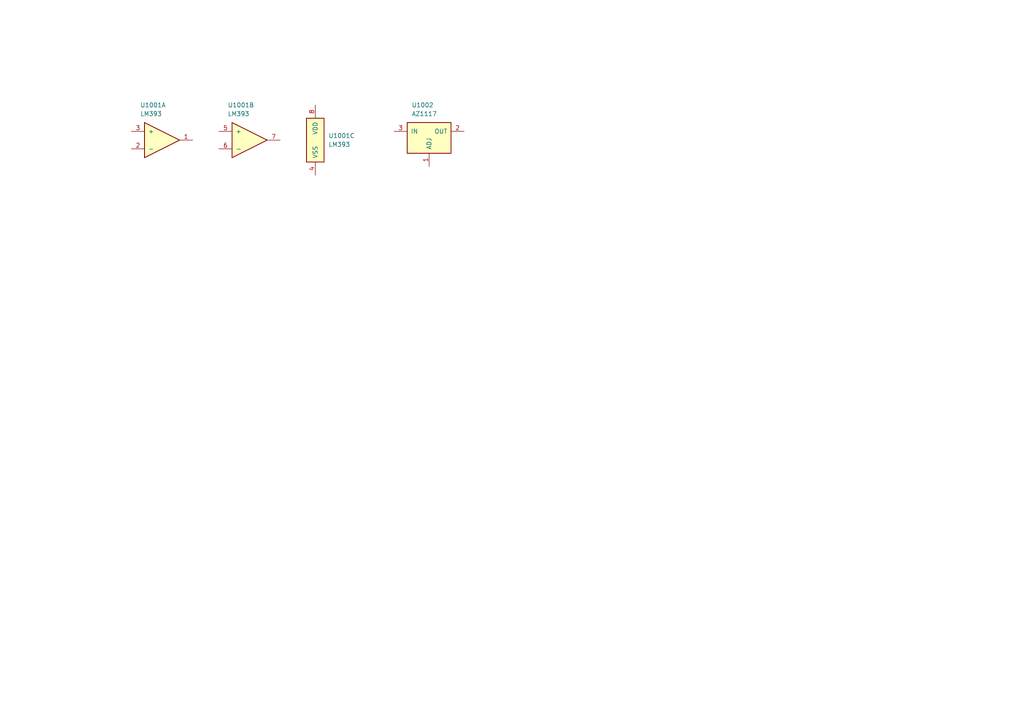
<source format=kicad_sch>
(kicad_sch
	(version 20250114)
	(generator "eeschema")
	(generator_version "9.0")
	(uuid "e63e39d7-6ac0-4ffd-8aa3-1841a4541b55")
	(paper "A4")
	(title_block
		(title "Project name")
		(date "2025-05-26")
		(rev "1")
		(comment 1 "PCA number")
		(comment 2 "PCB number")
	)
	(lib_symbols
		(symbol "lily_symbols:ic_comparator_dual_LM393_soic8"
			(pin_names
				(offset 1.016)
			)
			(exclude_from_sim no)
			(in_bom yes)
			(on_board yes)
			(property "Reference" "U"
				(at 2.54 7.62 0)
				(effects
					(font
						(size 1.27 1.27)
					)
					(justify left)
				)
			)
			(property "Value" "LM393"
				(at 2.54 5.08 0)
				(effects
					(font
						(size 1.27 1.27)
					)
					(justify left)
				)
			)
			(property "Footprint" "lily_footprints:soic8"
				(at 7.62 -15.24 0)
				(effects
					(font
						(size 1.27 1.27)
					)
					(hide yes)
				)
			)
			(property "Datasheet" ""
				(at 0 0 0)
				(effects
					(font
						(size 1.27 1.27)
					)
					(hide yes)
				)
			)
			(property "Description" ""
				(at 0 0 0)
				(effects
					(font
						(size 1.27 1.27)
					)
					(hide yes)
				)
			)
			(property "Revision" "1"
				(at 7.62 -10.16 0)
				(effects
					(font
						(size 1.27 1.27)
					)
					(hide yes)
				)
			)
			(property "Status" "Active"
				(at 7.62 -12.7 0)
				(effects
					(font
						(size 1.27 1.27)
					)
					(hide yes)
				)
			)
			(property "Manufacturer" "onsemi"
				(at 7.62 -17.78 0)
				(effects
					(font
						(size 1.27 1.27)
					)
					(hide yes)
				)
			)
			(property "Manufacturer_ID" "LM393DR2G"
				(at 7.62 -20.32 0)
				(effects
					(font
						(size 1.27 1.27)
					)
					(hide yes)
				)
			)
			(property "Lily_ID" "1914-10007"
				(at 7.62 -22.86 0)
				(effects
					(font
						(size 1.27 1.27)
					)
					(hide yes)
				)
			)
			(property "JLCPCB_ID" "C7955"
				(at 7.62 -25.4 0)
				(effects
					(font
						(size 1.27 1.27)
					)
					(hide yes)
				)
			)
			(property "JLCPCB_STATUS" "Basic"
				(at 7.62 -27.94 0)
				(effects
					(font
						(size 1.27 1.27)
					)
					(hide yes)
				)
			)
			(property "Notes" "Extended: C67470, is much cheaper"
				(at 7.62 -30.48 0)
				(effects
					(font
						(size 1.27 1.27)
					)
					(hide yes)
				)
			)
			(property "ki_locked" ""
				(at 0 0 0)
				(effects
					(font
						(size 1.27 1.27)
					)
				)
			)
			(symbol "ic_comparator_dual_LM393_soic8_1_1"
				(polyline
					(pts
						(xy 3.81 2.54) (xy 3.81 -7.62) (xy 13.97 -2.54) (xy 3.81 2.54)
					)
					(stroke
						(width 0.254)
						(type default)
					)
					(fill
						(type background)
					)
				)
				(pin input line
					(at 0 0 0)
					(length 3.81)
					(name "+"
						(effects
							(font
								(size 1.27 1.27)
							)
						)
					)
					(number "3"
						(effects
							(font
								(size 1.27 1.27)
							)
						)
					)
				)
				(pin input line
					(at 0 -5.08 0)
					(length 3.81)
					(name "-"
						(effects
							(font
								(size 1.27 1.27)
							)
						)
					)
					(number "2"
						(effects
							(font
								(size 1.27 1.27)
							)
						)
					)
				)
				(pin open_collector line
					(at 17.78 -2.54 180)
					(length 3.81)
					(name "~"
						(effects
							(font
								(size 1.27 1.27)
							)
						)
					)
					(number "1"
						(effects
							(font
								(size 1.27 1.27)
							)
						)
					)
				)
			)
			(symbol "ic_comparator_dual_LM393_soic8_2_1"
				(polyline
					(pts
						(xy 3.81 2.54) (xy 3.81 -7.62) (xy 13.97 -2.54) (xy 3.81 2.54)
					)
					(stroke
						(width 0.254)
						(type default)
					)
					(fill
						(type background)
					)
				)
				(pin input line
					(at 0 0 0)
					(length 3.81)
					(name "+"
						(effects
							(font
								(size 1.27 1.27)
							)
						)
					)
					(number "5"
						(effects
							(font
								(size 1.27 1.27)
							)
						)
					)
				)
				(pin input line
					(at 0 -5.08 0)
					(length 3.81)
					(name "-"
						(effects
							(font
								(size 1.27 1.27)
							)
						)
					)
					(number "6"
						(effects
							(font
								(size 1.27 1.27)
							)
						)
					)
				)
				(pin output line
					(at 17.78 -2.54 180)
					(length 3.81)
					(name "~"
						(effects
							(font
								(size 1.27 1.27)
							)
						)
					)
					(number "7"
						(effects
							(font
								(size 1.27 1.27)
							)
						)
					)
				)
			)
			(symbol "ic_comparator_dual_LM393_soic8_3_1"
				(rectangle
					(start -2.54 -3.81)
					(end 2.54 -16.51)
					(stroke
						(width 0.254)
						(type default)
					)
					(fill
						(type background)
					)
				)
				(pin power_in line
					(at 0 0 270)
					(length 3.81)
					(name "VDD"
						(effects
							(font
								(size 1.27 1.27)
							)
						)
					)
					(number "8"
						(effects
							(font
								(size 1.27 1.27)
							)
						)
					)
				)
				(pin power_in line
					(at 0 -20.32 90)
					(length 3.81)
					(name "VSS"
						(effects
							(font
								(size 1.27 1.27)
							)
						)
					)
					(number "4"
						(effects
							(font
								(size 1.27 1.27)
							)
						)
					)
				)
			)
			(embedded_fonts no)
		)
		(symbol "lily_symbols:ic_volt_reg_AZ1117_sot223"
			(pin_names
				(offset 1.016)
			)
			(exclude_from_sim no)
			(in_bom yes)
			(on_board yes)
			(property "Reference" "U"
				(at 5.08 7.62 0)
				(effects
					(font
						(size 1.27 1.27)
					)
					(justify left)
				)
			)
			(property "Value" "AZ1117"
				(at 5.08 5.08 0)
				(effects
					(font
						(size 1.27 1.27)
					)
					(justify left)
				)
			)
			(property "Footprint" "lily_footprints:sot223"
				(at 10.16 -22.86 0)
				(effects
					(font
						(size 1.27 1.27)
					)
					(hide yes)
				)
			)
			(property "Datasheet" ""
				(at 0 0 0)
				(effects
					(font
						(size 1.27 1.27)
					)
					(hide yes)
				)
			)
			(property "Description" ""
				(at 0 0 0)
				(effects
					(font
						(size 1.27 1.27)
					)
					(hide yes)
				)
			)
			(property "Revision" "1"
				(at 10.16 -17.78 0)
				(effects
					(font
						(size 1.27 1.27)
					)
					(hide yes)
				)
			)
			(property "Status" "Active"
				(at 10.16 -20.32 0)
				(effects
					(font
						(size 1.27 1.27)
					)
					(hide yes)
				)
			)
			(property "Manufacturer" "Diodes Incorporated"
				(at 10.16 -25.4 0)
				(effects
					(font
						(size 1.27 1.27)
					)
					(hide yes)
				)
			)
			(property "Manufacturer_ID" "AZ1117CH-ADJTRG1"
				(at 10.16 -27.94 0)
				(effects
					(font
						(size 1.27 1.27)
					)
					(hide yes)
				)
			)
			(property "Lily_ID" "1914-10010"
				(at 10.16 -30.48 0)
				(effects
					(font
						(size 1.27 1.27)
					)
					(hide yes)
				)
			)
			(property "JLCPCB_ID" "C95398"
				(at 10.16 -33.02 0)
				(effects
					(font
						(size 1.27 1.27)
					)
					(hide yes)
				)
			)
			(property "JLCPCB_STATUS" "Extended"
				(at 10.16 -35.56 0)
				(effects
					(font
						(size 1.27 1.27)
					)
					(hide yes)
				)
			)
			(symbol "ic_volt_reg_AZ1117_sot223_0_1"
				(rectangle
					(start 3.81 2.54)
					(end 16.51 -6.35)
					(stroke
						(width 0.254)
						(type default)
					)
					(fill
						(type background)
					)
				)
			)
			(symbol "ic_volt_reg_AZ1117_sot223_1_1"
				(pin input line
					(at 0 0 0)
					(length 3.81)
					(name "IN"
						(effects
							(font
								(size 1.27 1.27)
							)
						)
					)
					(number "3"
						(effects
							(font
								(size 1.27 1.27)
							)
						)
					)
				)
				(pin passive line
					(at 10.16 -10.16 90)
					(length 3.81)
					(name "ADJ"
						(effects
							(font
								(size 1.27 1.27)
							)
						)
					)
					(number "1"
						(effects
							(font
								(size 1.27 1.27)
							)
						)
					)
				)
				(pin output line
					(at 20.32 0 180)
					(length 3.81)
					(name "OUT"
						(effects
							(font
								(size 1.27 1.27)
							)
						)
					)
					(number "2"
						(effects
							(font
								(size 1.27 1.27)
							)
						)
					)
				)
			)
			(embedded_fonts no)
		)
	)
	(symbol
		(lib_id "lily_symbols:ic_comparator_dual_LM393_soic8")
		(at 38.1 38.1 0)
		(unit 1)
		(exclude_from_sim no)
		(in_bom yes)
		(on_board yes)
		(dnp no)
		(uuid "68ab972d-408a-4b21-9a30-fc6246ffe797")
		(property "Reference" "U1001"
			(at 40.64 30.48 0)
			(effects
				(font
					(size 1.27 1.27)
				)
				(justify left)
			)
		)
		(property "Value" "LM393"
			(at 40.64 33.02 0)
			(effects
				(font
					(size 1.27 1.27)
				)
				(justify left)
			)
		)
		(property "Footprint" "lily_footprints:soic8"
			(at 45.72 53.34 0)
			(effects
				(font
					(size 1.27 1.27)
				)
				(hide yes)
			)
		)
		(property "Datasheet" ""
			(at 38.1 38.1 0)
			(effects
				(font
					(size 1.27 1.27)
				)
				(hide yes)
			)
		)
		(property "Description" ""
			(at 38.1 38.1 0)
			(effects
				(font
					(size 1.27 1.27)
				)
				(hide yes)
			)
		)
		(property "Revision" "1"
			(at 45.72 48.26 0)
			(effects
				(font
					(size 1.27 1.27)
				)
				(hide yes)
			)
		)
		(property "Status" "Active"
			(at 45.72 50.8 0)
			(effects
				(font
					(size 1.27 1.27)
				)
				(hide yes)
			)
		)
		(property "Manufacturer" "onsemi"
			(at 45.72 55.88 0)
			(effects
				(font
					(size 1.27 1.27)
				)
				(hide yes)
			)
		)
		(property "Manufacturer_ID" "LM393DR2G"
			(at 45.72 58.42 0)
			(effects
				(font
					(size 1.27 1.27)
				)
				(hide yes)
			)
		)
		(property "Lily_ID" "1914-10007"
			(at 45.72 60.96 0)
			(effects
				(font
					(size 1.27 1.27)
				)
				(hide yes)
			)
		)
		(property "JLCPCB_ID" "C7955"
			(at 45.72 63.5 0)
			(effects
				(font
					(size 1.27 1.27)
				)
				(hide yes)
			)
		)
		(property "JLCPCB_STATUS" "Basic"
			(at 45.72 66.04 0)
			(effects
				(font
					(size 1.27 1.27)
				)
				(hide yes)
			)
		)
		(property "Notes" "Extended: C67470, is much cheaper"
			(at 45.72 68.58 0)
			(effects
				(font
					(size 1.27 1.27)
				)
				(hide yes)
			)
		)
		(pin "3"
			(uuid "cde6bea0-8a6c-42b5-a30f-6ad709db7236")
		)
		(pin "2"
			(uuid "6827a76c-adb2-4d7f-95a4-b8023cfc7993")
		)
		(pin "1"
			(uuid "5b4f3f89-6225-4631-a331-60bb866ae89a")
		)
		(pin "5"
			(uuid "79238dab-af6a-4e1d-a9c8-a4480b919abc")
		)
		(pin "8"
			(uuid "10859a26-a28c-45a4-8bea-d8e1b6409f84")
		)
		(pin "4"
			(uuid "a3a12a3c-0e68-4712-9f29-5b91e4d43931")
		)
		(pin "6"
			(uuid "ba698956-c83c-4820-9426-04c4afb6ca9b")
		)
		(pin "7"
			(uuid "7edaa230-503f-4c4a-bf84-dc0c72d5e8e3")
		)
		(instances
			(project ""
				(path "/e63e39d7-6ac0-4ffd-8aa3-1841a4541b55"
					(reference "U1001")
					(unit 1)
				)
			)
		)
	)
	(symbol
		(lib_id "lily_symbols:ic_volt_reg_AZ1117_sot223")
		(at 114.3 38.1 0)
		(unit 1)
		(exclude_from_sim no)
		(in_bom yes)
		(on_board yes)
		(dnp no)
		(uuid "8bb9fc87-f20c-42b8-ad20-6f0533d16cfb")
		(property "Reference" "U1002"
			(at 119.38 30.48 0)
			(effects
				(font
					(size 1.27 1.27)
				)
				(justify left)
			)
		)
		(property "Value" "AZ1117"
			(at 119.38 33.02 0)
			(effects
				(font
					(size 1.27 1.27)
				)
				(justify left)
			)
		)
		(property "Footprint" "lily_footprints:sot223"
			(at 124.46 60.96 0)
			(effects
				(font
					(size 1.27 1.27)
				)
				(hide yes)
			)
		)
		(property "Datasheet" ""
			(at 114.3 38.1 0)
			(effects
				(font
					(size 1.27 1.27)
				)
				(hide yes)
			)
		)
		(property "Description" ""
			(at 114.3 38.1 0)
			(effects
				(font
					(size 1.27 1.27)
				)
				(hide yes)
			)
		)
		(property "Revision" "1"
			(at 124.46 55.88 0)
			(effects
				(font
					(size 1.27 1.27)
				)
				(hide yes)
			)
		)
		(property "Status" "Active"
			(at 124.46 58.42 0)
			(effects
				(font
					(size 1.27 1.27)
				)
				(hide yes)
			)
		)
		(property "Manufacturer" "Diodes Incorporated"
			(at 124.46 63.5 0)
			(effects
				(font
					(size 1.27 1.27)
				)
				(hide yes)
			)
		)
		(property "Manufacturer_ID" "AZ1117CH-ADJTRG1"
			(at 124.46 66.04 0)
			(effects
				(font
					(size 1.27 1.27)
				)
				(hide yes)
			)
		)
		(property "Lily_ID" "1914-10010"
			(at 124.46 68.58 0)
			(effects
				(font
					(size 1.27 1.27)
				)
				(hide yes)
			)
		)
		(property "JLCPCB_ID" "C95398"
			(at 124.46 71.12 0)
			(effects
				(font
					(size 1.27 1.27)
				)
				(hide yes)
			)
		)
		(property "JLCPCB_STATUS" "Extended"
			(at 124.46 73.66 0)
			(effects
				(font
					(size 1.27 1.27)
				)
				(hide yes)
			)
		)
		(pin "3"
			(uuid "e2c258e2-b20e-402f-ba3c-aec009a99e4b")
		)
		(pin "2"
			(uuid "d3ad4efa-3457-465d-ae61-ac819717ac01")
		)
		(pin "1"
			(uuid "40286a42-a570-4009-ab3b-80dbc29a2de9")
		)
		(instances
			(project ""
				(path "/e63e39d7-6ac0-4ffd-8aa3-1841a4541b55"
					(reference "U1002")
					(unit 1)
				)
			)
		)
	)
	(symbol
		(lib_id "lily_symbols:ic_comparator_dual_LM393_soic8")
		(at 91.44 30.48 0)
		(unit 3)
		(exclude_from_sim no)
		(in_bom yes)
		(on_board yes)
		(dnp no)
		(uuid "ccc9ac9a-6208-4fb1-93fa-9d54a520fa48")
		(property "Reference" "U1001"
			(at 95.25 39.37 0)
			(effects
				(font
					(size 1.27 1.27)
				)
				(justify left)
			)
		)
		(property "Value" "LM393"
			(at 95.25 41.91 0)
			(effects
				(font
					(size 1.27 1.27)
				)
				(justify left)
			)
		)
		(property "Footprint" "lily_footprints:soic8"
			(at 99.06 45.72 0)
			(effects
				(font
					(size 1.27 1.27)
				)
				(hide yes)
			)
		)
		(property "Datasheet" ""
			(at 91.44 30.48 0)
			(effects
				(font
					(size 1.27 1.27)
				)
				(hide yes)
			)
		)
		(property "Description" ""
			(at 91.44 30.48 0)
			(effects
				(font
					(size 1.27 1.27)
				)
				(hide yes)
			)
		)
		(property "Revision" "1"
			(at 99.06 40.64 0)
			(effects
				(font
					(size 1.27 1.27)
				)
				(hide yes)
			)
		)
		(property "Status" "Active"
			(at 99.06 43.18 0)
			(effects
				(font
					(size 1.27 1.27)
				)
				(hide yes)
			)
		)
		(property "Manufacturer" "onsemi"
			(at 99.06 48.26 0)
			(effects
				(font
					(size 1.27 1.27)
				)
				(hide yes)
			)
		)
		(property "Manufacturer_ID" "LM393DR2G"
			(at 99.06 50.8 0)
			(effects
				(font
					(size 1.27 1.27)
				)
				(hide yes)
			)
		)
		(property "Lily_ID" "1914-10007"
			(at 99.06 53.34 0)
			(effects
				(font
					(size 1.27 1.27)
				)
				(hide yes)
			)
		)
		(property "JLCPCB_ID" "C7955"
			(at 99.06 55.88 0)
			(effects
				(font
					(size 1.27 1.27)
				)
				(hide yes)
			)
		)
		(property "JLCPCB_STATUS" "Basic"
			(at 99.06 58.42 0)
			(effects
				(font
					(size 1.27 1.27)
				)
				(hide yes)
			)
		)
		(property "Notes" "Extended: C67470, is much cheaper"
			(at 99.06 60.96 0)
			(effects
				(font
					(size 1.27 1.27)
				)
				(hide yes)
			)
		)
		(pin "3"
			(uuid "cde6bea0-8a6c-42b5-a30f-6ad709db7236")
		)
		(pin "2"
			(uuid "6827a76c-adb2-4d7f-95a4-b8023cfc7993")
		)
		(pin "1"
			(uuid "5b4f3f89-6225-4631-a331-60bb866ae89a")
		)
		(pin "5"
			(uuid "79238dab-af6a-4e1d-a9c8-a4480b919abc")
		)
		(pin "8"
			(uuid "10859a26-a28c-45a4-8bea-d8e1b6409f84")
		)
		(pin "4"
			(uuid "a3a12a3c-0e68-4712-9f29-5b91e4d43931")
		)
		(pin "6"
			(uuid "ba698956-c83c-4820-9426-04c4afb6ca9b")
		)
		(pin "7"
			(uuid "7edaa230-503f-4c4a-bf84-dc0c72d5e8e3")
		)
		(instances
			(project ""
				(path "/e63e39d7-6ac0-4ffd-8aa3-1841a4541b55"
					(reference "U1001")
					(unit 3)
				)
			)
		)
	)
	(symbol
		(lib_id "lily_symbols:ic_comparator_dual_LM393_soic8")
		(at 63.5 38.1 0)
		(unit 2)
		(exclude_from_sim no)
		(in_bom yes)
		(on_board yes)
		(dnp no)
		(uuid "ec70a85c-e506-499c-9685-ee1ee8a19911")
		(property "Reference" "U1001"
			(at 66.04 30.48 0)
			(effects
				(font
					(size 1.27 1.27)
				)
				(justify left)
			)
		)
		(property "Value" "LM393"
			(at 66.04 33.02 0)
			(effects
				(font
					(size 1.27 1.27)
				)
				(justify left)
			)
		)
		(property "Footprint" "lily_footprints:soic8"
			(at 71.12 53.34 0)
			(effects
				(font
					(size 1.27 1.27)
				)
				(hide yes)
			)
		)
		(property "Datasheet" ""
			(at 63.5 38.1 0)
			(effects
				(font
					(size 1.27 1.27)
				)
				(hide yes)
			)
		)
		(property "Description" ""
			(at 63.5 38.1 0)
			(effects
				(font
					(size 1.27 1.27)
				)
				(hide yes)
			)
		)
		(property "Revision" "1"
			(at 71.12 48.26 0)
			(effects
				(font
					(size 1.27 1.27)
				)
				(hide yes)
			)
		)
		(property "Status" "Active"
			(at 71.12 50.8 0)
			(effects
				(font
					(size 1.27 1.27)
				)
				(hide yes)
			)
		)
		(property "Manufacturer" "onsemi"
			(at 71.12 55.88 0)
			(effects
				(font
					(size 1.27 1.27)
				)
				(hide yes)
			)
		)
		(property "Manufacturer_ID" "LM393DR2G"
			(at 71.12 58.42 0)
			(effects
				(font
					(size 1.27 1.27)
				)
				(hide yes)
			)
		)
		(property "Lily_ID" "1914-10007"
			(at 71.12 60.96 0)
			(effects
				(font
					(size 1.27 1.27)
				)
				(hide yes)
			)
		)
		(property "JLCPCB_ID" "C7955"
			(at 71.12 63.5 0)
			(effects
				(font
					(size 1.27 1.27)
				)
				(hide yes)
			)
		)
		(property "JLCPCB_STATUS" "Basic"
			(at 71.12 66.04 0)
			(effects
				(font
					(size 1.27 1.27)
				)
				(hide yes)
			)
		)
		(property "Notes" "Extended: C67470, is much cheaper"
			(at 71.12 68.58 0)
			(effects
				(font
					(size 1.27 1.27)
				)
				(hide yes)
			)
		)
		(pin "3"
			(uuid "cde6bea0-8a6c-42b5-a30f-6ad709db7236")
		)
		(pin "2"
			(uuid "6827a76c-adb2-4d7f-95a4-b8023cfc7993")
		)
		(pin "1"
			(uuid "5b4f3f89-6225-4631-a331-60bb866ae89a")
		)
		(pin "5"
			(uuid "79238dab-af6a-4e1d-a9c8-a4480b919abc")
		)
		(pin "8"
			(uuid "10859a26-a28c-45a4-8bea-d8e1b6409f84")
		)
		(pin "4"
			(uuid "a3a12a3c-0e68-4712-9f29-5b91e4d43931")
		)
		(pin "6"
			(uuid "ba698956-c83c-4820-9426-04c4afb6ca9b")
		)
		(pin "7"
			(uuid "7edaa230-503f-4c4a-bf84-dc0c72d5e8e3")
		)
		(instances
			(project ""
				(path "/e63e39d7-6ac0-4ffd-8aa3-1841a4541b55"
					(reference "U1001")
					(unit 2)
				)
			)
		)
	)
	(sheet_instances
		(path "/"
			(page "1")
		)
	)
	(embedded_fonts no)
)

</source>
